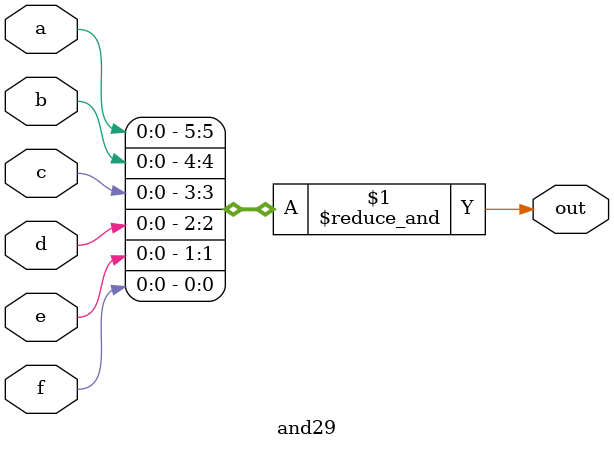
<source format=v>
module and29 (
  input a,
  input b,
  input c,
  input d,
  input e,
  input f,
  output out
);

  assign out = &{a,b,c,d,e,f}; // Performs an AND operation

endmodule

</source>
